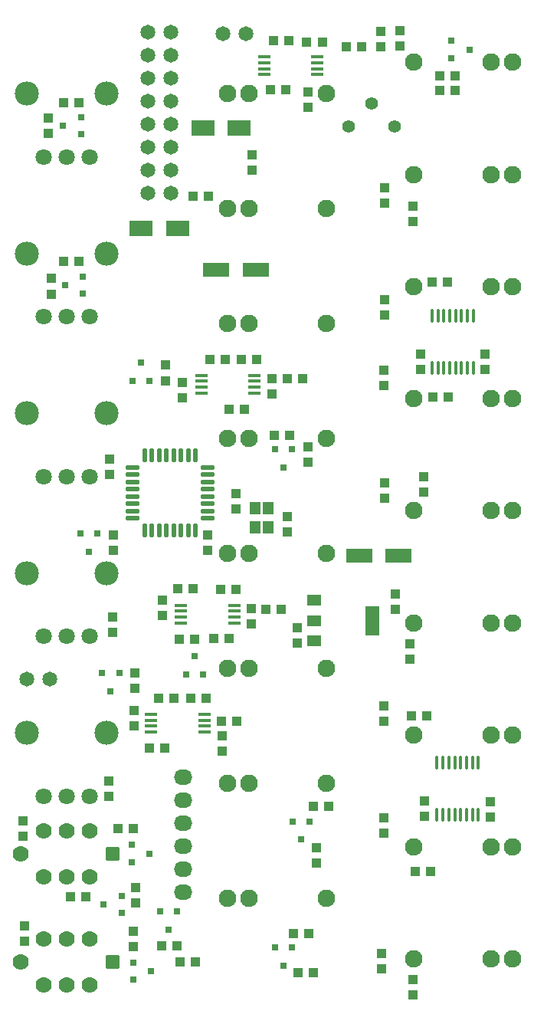
<source format=gts>
G04 #@! TF.GenerationSoftware,KiCad,Pcbnew,(6.0.5-0)*
G04 #@! TF.CreationDate,2022-05-16T13:08:36-07:00*
G04 #@! TF.ProjectId,SCMplus,53434d70-6c75-4732-9e6b-696361645f70,rev?*
G04 #@! TF.SameCoordinates,PX85b6780PY82ed558*
G04 #@! TF.FileFunction,Soldermask,Top*
G04 #@! TF.FilePolarity,Negative*
%FSLAX46Y46*%
G04 Gerber Fmt 4.6, Leading zero omitted, Abs format (unit mm)*
G04 Created by KiCad (PCBNEW (6.0.5-0)) date 2022-05-16 13:08:36*
%MOMM*%
%LPD*%
G01*
G04 APERTURE LIST*
G04 Aperture macros list*
%AMRoundRect*
0 Rectangle with rounded corners*
0 $1 Rounding radius*
0 $2 $3 $4 $5 $6 $7 $8 $9 X,Y pos of 4 corners*
0 Add a 4 corners polygon primitive as box body*
4,1,4,$2,$3,$4,$5,$6,$7,$8,$9,$2,$3,0*
0 Add four circle primitives for the rounded corners*
1,1,$1+$1,$2,$3*
1,1,$1+$1,$4,$5*
1,1,$1+$1,$6,$7*
1,1,$1+$1,$8,$9*
0 Add four rect primitives between the rounded corners*
20,1,$1+$1,$2,$3,$4,$5,0*
20,1,$1+$1,$4,$5,$6,$7,0*
20,1,$1+$1,$6,$7,$8,$9,0*
20,1,$1+$1,$8,$9,$2,$3,0*%
G04 Aperture macros list end*
%ADD10R,1.500000X1.200000*%
%ADD11R,1.500000X3.300000*%
%ADD12R,1.000000X1.000000*%
%ADD13C,1.651000*%
%ADD14R,1.150000X1.400000*%
%ADD15R,1.450000X0.450000*%
%ADD16R,0.800100X0.800100*%
%ADD17R,2.499360X1.800860*%
%ADD18RoundRect,0.100000X-0.100000X0.637500X-0.100000X-0.637500X0.100000X-0.637500X0.100000X0.637500X0*%
%ADD19R,3.000000X1.600000*%
%ADD20C,1.397000*%
%ADD21O,2.032000X1.727200*%
%ADD22RoundRect,0.125000X0.625000X0.125000X-0.625000X0.125000X-0.625000X-0.125000X0.625000X-0.125000X0*%
%ADD23RoundRect,0.125000X0.125000X0.625000X-0.125000X0.625000X-0.125000X-0.625000X0.125000X-0.625000X0*%
%ADD24C,1.930400*%
%ADD25C,1.778000*%
%ADD26RoundRect,0.127000X-0.635000X-0.635000X0.635000X-0.635000X0.635000X0.635000X-0.635000X0.635000X0*%
%ADD27C,1.803400*%
%ADD28C,2.667000*%
G04 APERTURE END LIST*
D10*
X-86238000Y55207000D03*
X-86238000Y52907000D03*
D11*
X-79838000Y52907000D03*
D10*
X-86238000Y50707000D03*
D12*
X-78538000Y80597000D03*
X-78538000Y78897000D03*
X-86980840Y70448960D03*
X-86980840Y72148960D03*
X-97998000Y62437000D03*
X-97998000Y60737000D03*
D13*
X-115457448Y46501280D03*
X-117997448Y46501280D03*
X-104658000Y117977000D03*
X-102118000Y117977000D03*
X-104658000Y115437000D03*
X-102118000Y115437000D03*
X-104658000Y112897000D03*
X-102118000Y112897000D03*
X-104658000Y110357000D03*
X-102118000Y110357000D03*
X-104658000Y107817000D03*
X-102118000Y107817000D03*
X-104658000Y105277000D03*
X-102118000Y105277000D03*
X-104658000Y102737000D03*
X-102118000Y102737000D03*
X-104658000Y100197000D03*
X-102118000Y100197000D03*
D12*
X-74038000Y31307000D03*
X-74038000Y33007000D03*
D14*
X-92803536Y65385352D03*
X-91303536Y63285352D03*
X-92803536Y63285352D03*
X-91303536Y65385352D03*
D12*
X-71538000Y90377000D03*
X-73238000Y90377000D03*
D15*
X-98358000Y40642000D03*
X-98358000Y41292000D03*
X-98358000Y41942000D03*
X-98358000Y42592000D03*
X-104258000Y42592000D03*
X-104258000Y41942000D03*
X-104258000Y41292000D03*
X-104258000Y40642000D03*
D12*
X-75328000Y11587000D03*
X-75328000Y13287000D03*
X-115298000Y89037000D03*
X-115298000Y90737000D03*
X-93098000Y104407000D03*
X-93098000Y102707000D03*
X-89216864Y62776184D03*
X-89216864Y64476184D03*
X-101418000Y16997000D03*
X-103118000Y16997000D03*
X-103018000Y53517000D03*
X-103018000Y55217000D03*
X-73838000Y42437000D03*
X-75538000Y42437000D03*
X-108518000Y51627000D03*
X-108518000Y53327000D03*
D16*
X-111807240Y89067000D03*
X-111807240Y90967000D03*
X-113806220Y90017000D03*
D12*
X-95628000Y50967000D03*
X-97328000Y50967000D03*
D16*
X-88678000Y16827760D03*
X-90578000Y16827760D03*
X-89628000Y14828780D03*
D12*
X-78468000Y99087000D03*
X-78468000Y100787000D03*
D16*
X-86758000Y30757760D03*
X-88658000Y30757760D03*
X-87708000Y28758780D03*
X-101408000Y20847760D03*
X-103308000Y20847760D03*
X-102358000Y18848780D03*
D12*
X-106108000Y45437000D03*
X-106108000Y47137000D03*
D16*
X-88708000Y71857760D03*
X-90608000Y71857760D03*
X-89658000Y69858780D03*
D12*
X-75698000Y48657000D03*
X-75698000Y50357000D03*
D17*
X-105356980Y96267000D03*
X-101359020Y96267000D03*
D12*
X-78838000Y16187000D03*
X-78838000Y14487000D03*
X-96558000Y56427000D03*
X-94858000Y56427000D03*
X-93228000Y54267000D03*
X-93228000Y52567000D03*
X-99668000Y99817000D03*
X-97968000Y99817000D03*
X-85368000Y116887000D03*
X-87068000Y116887000D03*
X-78488000Y86727000D03*
X-78488000Y88427000D03*
X-88518000Y18377000D03*
X-86818000Y18377000D03*
X-113968000Y92667000D03*
X-112268000Y92667000D03*
X-96458000Y40197000D03*
X-96458000Y38497000D03*
X-111468000Y22457000D03*
X-113168000Y22457000D03*
X-86048000Y27837000D03*
X-86048000Y26137000D03*
D16*
X-107517240Y20667000D03*
X-107517240Y22567000D03*
X-109516220Y21617000D03*
D18*
X-68123000Y37269500D03*
X-68773000Y37269500D03*
X-69423000Y37269500D03*
X-70073000Y37269500D03*
X-70723000Y37269500D03*
X-71373000Y37269500D03*
X-72023000Y37269500D03*
X-72673000Y37269500D03*
X-72673000Y31544500D03*
X-72023000Y31544500D03*
X-71373000Y31544500D03*
X-70723000Y31544500D03*
X-70073000Y31544500D03*
X-69423000Y31544500D03*
X-68773000Y31544500D03*
X-68123000Y31544500D03*
D12*
X-66788000Y31247000D03*
X-66788000Y32947000D03*
X-74128000Y68867000D03*
X-74128000Y67167000D03*
X-90653288Y73415288D03*
X-88953288Y73415288D03*
X-94860744Y65296880D03*
X-94860744Y66996880D03*
X-99597000Y56494000D03*
X-101297000Y56494000D03*
X-113968000Y110197000D03*
X-112268000Y110197000D03*
X-74518000Y82377000D03*
X-74518000Y80677000D03*
X-100818000Y77597000D03*
X-100818000Y79297000D03*
X-95638000Y76327000D03*
X-93938000Y76327000D03*
D19*
X-76908000Y60097000D03*
X-81308000Y60097000D03*
D12*
X-89198000Y79667000D03*
X-87498000Y79667000D03*
X-82708000Y116327000D03*
X-81008000Y116327000D03*
D20*
X-82468000Y107537000D03*
X-79928000Y110077000D03*
X-77388000Y107537000D03*
D21*
X-100748000Y35687000D03*
X-100748000Y33147000D03*
X-100748000Y30607000D03*
X-100748000Y28067000D03*
X-100748000Y25527000D03*
X-100748000Y22987000D03*
D12*
X-106268000Y16977000D03*
X-106268000Y18677000D03*
X-86368000Y32467000D03*
X-84668000Y32467000D03*
X-67358000Y80687000D03*
X-67358000Y82387000D03*
X-86898000Y111327000D03*
X-86898000Y109627000D03*
X-106128000Y41297000D03*
X-106128000Y42997000D03*
D15*
X-85888000Y113262000D03*
X-85888000Y113912000D03*
X-85888000Y114562000D03*
X-85888000Y115212000D03*
X-91788000Y115212000D03*
X-91788000Y114562000D03*
X-91788000Y113912000D03*
X-91788000Y113262000D03*
D12*
X-76748000Y118157000D03*
X-76748000Y116457000D03*
X-88158000Y50457000D03*
X-88158000Y52157000D03*
D15*
X-95078000Y52702000D03*
X-95078000Y53352000D03*
X-95078000Y54002000D03*
X-95078000Y54652000D03*
X-100978000Y54652000D03*
X-100978000Y54002000D03*
X-100978000Y53352000D03*
X-100978000Y52702000D03*
D16*
X-112017240Y106657000D03*
X-112017240Y108557000D03*
X-114016220Y107607000D03*
D12*
X-77288000Y55867000D03*
X-77288000Y54167000D03*
X-78498000Y68207000D03*
X-78498000Y66507000D03*
D16*
X-106428760Y28167000D03*
X-106428760Y26267000D03*
X-104429780Y27217000D03*
D12*
X-101768000Y44337000D03*
X-103468000Y44337000D03*
X-73368000Y25237000D03*
X-75068000Y25237000D03*
X-118438000Y30827000D03*
X-118438000Y29127000D03*
X-90788000Y116987000D03*
X-89088000Y116987000D03*
X-96108000Y81817000D03*
X-97808000Y81817000D03*
X-78558000Y31187000D03*
X-78558000Y29487000D03*
D17*
X-94573060Y107344440D03*
X-98571020Y107344440D03*
D19*
X-97118000Y91667000D03*
X-92718000Y91667000D03*
D16*
X-105381000Y81420220D03*
X-104431000Y79421240D03*
X-106331000Y79421240D03*
D12*
X-98188000Y44367000D03*
X-99888000Y44367000D03*
X-115678000Y108487000D03*
X-115678000Y106787000D03*
X-78518000Y43527000D03*
X-78518000Y41827000D03*
X-118298000Y19227000D03*
X-118298000Y17527000D03*
X-104478000Y38877000D03*
X-102778000Y38877000D03*
X-108898000Y69067000D03*
X-108898000Y70767000D03*
X-105998000Y23467000D03*
X-105998000Y21767000D03*
D15*
X-98728978Y78087000D03*
X-98728978Y78737000D03*
X-98728978Y79387000D03*
X-98728978Y80037000D03*
X-92828978Y80037000D03*
X-92828978Y79387000D03*
X-92828978Y78737000D03*
X-92828978Y78087000D03*
D12*
X-90878978Y77972000D03*
X-90878978Y79672000D03*
X-102678000Y79470000D03*
X-102678000Y81170000D03*
D16*
X-71068760Y116997000D03*
X-71068760Y115097000D03*
X-69069780Y116047000D03*
D12*
X-94288978Y81802000D03*
X-92588978Y81802000D03*
X-88058000Y14047000D03*
X-86358000Y14047000D03*
X-71438000Y77677000D03*
X-73138000Y77677000D03*
D13*
X-93838000Y117787000D03*
X-96378000Y117787000D03*
D16*
X-110208000Y62577760D03*
X-112108000Y62577760D03*
X-111158000Y60578780D03*
D12*
X-94798000Y41827000D03*
X-96498000Y41827000D03*
D16*
X-107798000Y47147760D03*
X-109698000Y47147760D03*
X-108748000Y45148780D03*
D12*
X-72378000Y111517000D03*
X-70678000Y111517000D03*
X-75328000Y97007000D03*
X-75328000Y98707000D03*
X-108458000Y62447000D03*
X-108458000Y60747000D03*
X-101068000Y15227000D03*
X-99368000Y15227000D03*
X-89938000Y54237000D03*
X-91638000Y54237000D03*
D22*
X-98013000Y64267000D03*
X-98013000Y65067000D03*
X-98013000Y65867000D03*
X-98013000Y66667000D03*
X-98013000Y67467000D03*
X-98013000Y68267000D03*
X-98013000Y69067000D03*
X-98013000Y69867000D03*
D23*
X-99388000Y71242000D03*
X-100188000Y71242000D03*
X-100988000Y71242000D03*
X-101788000Y71242000D03*
X-102588000Y71242000D03*
X-103388000Y71242000D03*
X-104188000Y71242000D03*
X-104988000Y71242000D03*
D22*
X-106363000Y69867000D03*
X-106363000Y69067000D03*
X-106363000Y68267000D03*
X-106363000Y67467000D03*
X-106363000Y66667000D03*
X-106363000Y65867000D03*
X-106363000Y65067000D03*
X-106363000Y64267000D03*
D23*
X-104988000Y62892000D03*
X-104188000Y62892000D03*
X-103388000Y62892000D03*
X-102588000Y62892000D03*
X-101788000Y62892000D03*
X-100988000Y62892000D03*
X-100188000Y62892000D03*
X-99388000Y62892000D03*
D12*
X-106218000Y29957000D03*
X-107918000Y29957000D03*
X-101188000Y50927000D03*
X-99488000Y50927000D03*
X-70688000Y113157000D03*
X-72388000Y113157000D03*
D18*
X-68673000Y86619500D03*
X-69323000Y86619500D03*
X-69973000Y86619500D03*
X-70623000Y86619500D03*
X-71273000Y86619500D03*
X-71923000Y86619500D03*
X-72573000Y86619500D03*
X-73223000Y86619500D03*
X-73223000Y80894500D03*
X-72573000Y80894500D03*
X-71923000Y80894500D03*
X-71273000Y80894500D03*
X-70623000Y80894500D03*
X-69973000Y80894500D03*
X-69323000Y80894500D03*
X-68673000Y80894500D03*
D12*
X-91053752Y111567952D03*
X-89353752Y111567952D03*
D16*
X-100442000Y47007240D03*
X-98542000Y47007240D03*
X-99492000Y49006220D03*
D12*
X-78888000Y118047000D03*
X-78888000Y116347000D03*
D16*
X-106278760Y15187000D03*
X-106278760Y13287000D03*
X-104279780Y14237000D03*
D12*
X-108928000Y33527000D03*
X-108928000Y35227000D03*
D24*
X-75297000Y102236500D03*
X-64324200Y102236500D03*
X-66737200Y102236500D03*
D25*
X-111060200Y24614100D03*
X-113600200Y24614100D03*
X-116140200Y24614100D03*
X-111060200Y29694100D03*
X-113600200Y29694100D03*
X-116140200Y29694100D03*
D26*
X-108520200Y27154100D03*
D25*
X-118680200Y27154100D03*
D24*
X-84898200Y111177300D03*
X-95871000Y111177300D03*
X-93458000Y111177300D03*
X-84898200Y85777300D03*
X-95871000Y85777300D03*
X-93458000Y85777300D03*
D27*
X-111060363Y68859057D03*
X-113600363Y68859057D03*
X-116140363Y68859057D03*
D28*
X-109206163Y75869457D03*
X-117994563Y75869457D03*
D24*
X-75297000Y89854000D03*
X-64324200Y89854000D03*
X-66737200Y89854000D03*
X-75297000Y77471500D03*
X-64324200Y77471500D03*
X-66737200Y77471500D03*
D27*
X-111060363Y86512057D03*
X-113600363Y86512057D03*
X-116140363Y86512057D03*
D28*
X-109206163Y93522457D03*
X-117994563Y93522457D03*
D27*
X-111060363Y33553057D03*
X-113600363Y33553057D03*
X-116140363Y33553057D03*
D28*
X-109206163Y40563457D03*
X-117994563Y40563457D03*
D24*
X-75297000Y15559000D03*
X-64324200Y15559000D03*
X-66737200Y15559000D03*
X-84898200Y47677300D03*
X-95871000Y47677300D03*
X-93458000Y47677300D03*
X-84898200Y22277300D03*
X-95871000Y22277300D03*
X-93458000Y22277300D03*
D25*
X-111060200Y12676100D03*
X-113600200Y12676100D03*
X-116140200Y12676100D03*
X-111060200Y17756100D03*
X-113600200Y17756100D03*
X-116140200Y17756100D03*
D26*
X-108520200Y15216100D03*
D25*
X-118680200Y15216100D03*
D24*
X-75297000Y114619000D03*
X-64324200Y114619000D03*
X-66737200Y114619000D03*
X-84898200Y60377300D03*
X-95871000Y60377300D03*
X-93458000Y60377300D03*
X-75297000Y27941500D03*
X-64324200Y27941500D03*
X-66737200Y27941500D03*
X-75297000Y52706500D03*
X-64324200Y52706500D03*
X-66737200Y52706500D03*
X-84898200Y73077300D03*
X-95871000Y73077300D03*
X-93458000Y73077300D03*
X-84898200Y34977300D03*
X-95871000Y34977300D03*
X-93458000Y34977300D03*
D27*
X-111060363Y51206057D03*
X-113600363Y51206057D03*
X-116140363Y51206057D03*
D28*
X-109206163Y58216457D03*
X-117994563Y58216457D03*
D27*
X-111060363Y104165057D03*
X-113600363Y104165057D03*
X-116140363Y104165057D03*
D28*
X-109206163Y111175457D03*
X-117994563Y111175457D03*
D24*
X-75297000Y40324000D03*
X-64324200Y40324000D03*
X-66737200Y40324000D03*
X-75297000Y65089000D03*
X-64324200Y65089000D03*
X-66737200Y65089000D03*
X-84898200Y98477300D03*
X-95871000Y98477300D03*
X-93458000Y98477300D03*
M02*

</source>
